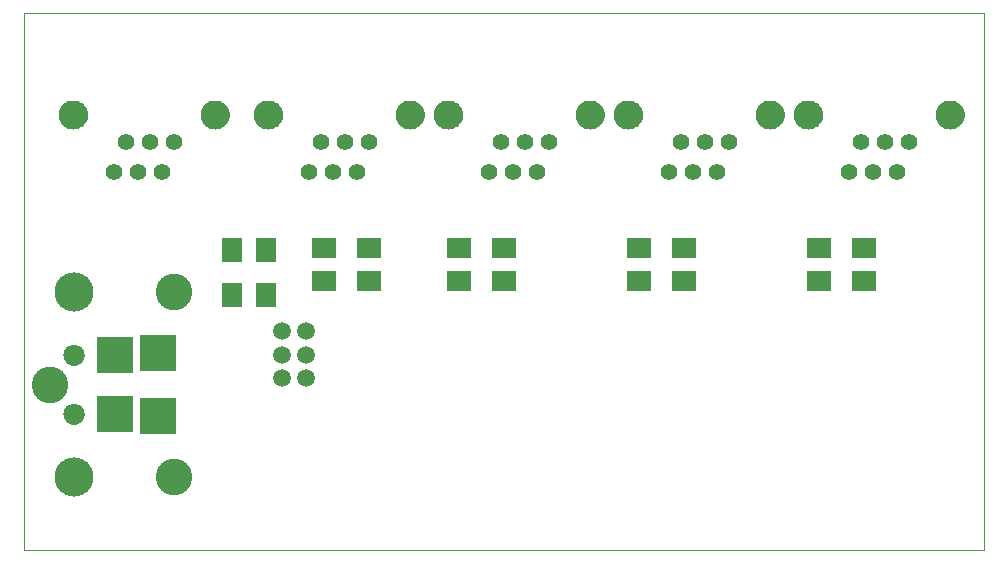
<source format=gbs>
G75*
G70*
%OFA0B0*%
%FSLAX24Y24*%
%IPPOS*%
%LPD*%
%AMOC8*
5,1,8,0,0,1.08239X$1,22.5*
%
%ADD10C,0.0000*%
%ADD11C,0.0555*%
%ADD12C,0.0969*%
%ADD13C,0.1221*%
%ADD14C,0.1306*%
%ADD15R,0.1221X0.1221*%
%ADD16C,0.0709*%
%ADD17C,0.0594*%
%ADD18R,0.0827X0.0670*%
%ADD19R,0.0670X0.0827*%
D10*
X000100Y000100D02*
X000100Y017971D01*
X032095Y017971D01*
X032095Y000100D01*
X000100Y000100D01*
X001419Y004616D02*
X001421Y004652D01*
X001427Y004688D01*
X001437Y004723D01*
X001450Y004757D01*
X001467Y004789D01*
X001487Y004819D01*
X001511Y004846D01*
X001537Y004871D01*
X001566Y004893D01*
X001597Y004912D01*
X001630Y004927D01*
X001664Y004939D01*
X001700Y004947D01*
X001736Y004951D01*
X001772Y004951D01*
X001808Y004947D01*
X001844Y004939D01*
X001878Y004927D01*
X001911Y004912D01*
X001942Y004893D01*
X001971Y004871D01*
X001997Y004846D01*
X002021Y004819D01*
X002041Y004789D01*
X002058Y004757D01*
X002071Y004723D01*
X002081Y004688D01*
X002087Y004652D01*
X002089Y004616D01*
X002087Y004580D01*
X002081Y004544D01*
X002071Y004509D01*
X002058Y004475D01*
X002041Y004443D01*
X002021Y004413D01*
X001997Y004386D01*
X001971Y004361D01*
X001942Y004339D01*
X001911Y004320D01*
X001878Y004305D01*
X001844Y004293D01*
X001808Y004285D01*
X001772Y004281D01*
X001736Y004281D01*
X001700Y004285D01*
X001664Y004293D01*
X001630Y004305D01*
X001597Y004320D01*
X001566Y004339D01*
X001537Y004361D01*
X001511Y004386D01*
X001487Y004413D01*
X001467Y004443D01*
X001450Y004475D01*
X001437Y004509D01*
X001427Y004544D01*
X001421Y004580D01*
X001419Y004616D01*
X001419Y006584D02*
X001421Y006620D01*
X001427Y006656D01*
X001437Y006691D01*
X001450Y006725D01*
X001467Y006757D01*
X001487Y006787D01*
X001511Y006814D01*
X001537Y006839D01*
X001566Y006861D01*
X001597Y006880D01*
X001630Y006895D01*
X001664Y006907D01*
X001700Y006915D01*
X001736Y006919D01*
X001772Y006919D01*
X001808Y006915D01*
X001844Y006907D01*
X001878Y006895D01*
X001911Y006880D01*
X001942Y006861D01*
X001971Y006839D01*
X001997Y006814D01*
X002021Y006787D01*
X002041Y006757D01*
X002058Y006725D01*
X002071Y006691D01*
X002081Y006656D01*
X002087Y006620D01*
X002089Y006584D01*
X002087Y006548D01*
X002081Y006512D01*
X002071Y006477D01*
X002058Y006443D01*
X002041Y006411D01*
X002021Y006381D01*
X001997Y006354D01*
X001971Y006329D01*
X001942Y006307D01*
X001911Y006288D01*
X001878Y006273D01*
X001844Y006261D01*
X001808Y006253D01*
X001772Y006249D01*
X001736Y006249D01*
X001700Y006253D01*
X001664Y006261D01*
X001630Y006273D01*
X001597Y006288D01*
X001566Y006307D01*
X001537Y006329D01*
X001511Y006354D01*
X001487Y006381D01*
X001467Y006411D01*
X001450Y006443D01*
X001437Y006477D01*
X001427Y006512D01*
X001421Y006548D01*
X001419Y006584D01*
X001273Y014600D02*
X001275Y014643D01*
X001281Y014685D01*
X001291Y014727D01*
X001304Y014768D01*
X001322Y014807D01*
X001343Y014845D01*
X001367Y014880D01*
X001394Y014913D01*
X001425Y014944D01*
X001458Y014971D01*
X001493Y014995D01*
X001531Y015016D01*
X001570Y015034D01*
X001611Y015047D01*
X001653Y015057D01*
X001695Y015063D01*
X001738Y015065D01*
X001781Y015063D01*
X001823Y015057D01*
X001865Y015047D01*
X001906Y015034D01*
X001945Y015016D01*
X001983Y014995D01*
X002018Y014971D01*
X002051Y014944D01*
X002082Y014913D01*
X002109Y014880D01*
X002133Y014845D01*
X002154Y014807D01*
X002172Y014768D01*
X002185Y014727D01*
X002195Y014685D01*
X002201Y014643D01*
X002203Y014600D01*
X002201Y014557D01*
X002195Y014515D01*
X002185Y014473D01*
X002172Y014432D01*
X002154Y014393D01*
X002133Y014355D01*
X002109Y014320D01*
X002082Y014287D01*
X002051Y014256D01*
X002018Y014229D01*
X001983Y014205D01*
X001945Y014184D01*
X001906Y014166D01*
X001865Y014153D01*
X001823Y014143D01*
X001781Y014137D01*
X001738Y014135D01*
X001695Y014137D01*
X001653Y014143D01*
X001611Y014153D01*
X001570Y014166D01*
X001531Y014184D01*
X001493Y014205D01*
X001458Y014229D01*
X001425Y014256D01*
X001394Y014287D01*
X001367Y014320D01*
X001343Y014355D01*
X001322Y014393D01*
X001304Y014432D01*
X001291Y014473D01*
X001281Y014515D01*
X001275Y014557D01*
X001273Y014600D01*
X005997Y014600D02*
X005999Y014643D01*
X006005Y014685D01*
X006015Y014727D01*
X006028Y014768D01*
X006046Y014807D01*
X006067Y014845D01*
X006091Y014880D01*
X006118Y014913D01*
X006149Y014944D01*
X006182Y014971D01*
X006217Y014995D01*
X006255Y015016D01*
X006294Y015034D01*
X006335Y015047D01*
X006377Y015057D01*
X006419Y015063D01*
X006462Y015065D01*
X006505Y015063D01*
X006547Y015057D01*
X006589Y015047D01*
X006630Y015034D01*
X006669Y015016D01*
X006707Y014995D01*
X006742Y014971D01*
X006775Y014944D01*
X006806Y014913D01*
X006833Y014880D01*
X006857Y014845D01*
X006878Y014807D01*
X006896Y014768D01*
X006909Y014727D01*
X006919Y014685D01*
X006925Y014643D01*
X006927Y014600D01*
X006925Y014557D01*
X006919Y014515D01*
X006909Y014473D01*
X006896Y014432D01*
X006878Y014393D01*
X006857Y014355D01*
X006833Y014320D01*
X006806Y014287D01*
X006775Y014256D01*
X006742Y014229D01*
X006707Y014205D01*
X006669Y014184D01*
X006630Y014166D01*
X006589Y014153D01*
X006547Y014143D01*
X006505Y014137D01*
X006462Y014135D01*
X006419Y014137D01*
X006377Y014143D01*
X006335Y014153D01*
X006294Y014166D01*
X006255Y014184D01*
X006217Y014205D01*
X006182Y014229D01*
X006149Y014256D01*
X006118Y014287D01*
X006091Y014320D01*
X006067Y014355D01*
X006046Y014393D01*
X006028Y014432D01*
X006015Y014473D01*
X006005Y014515D01*
X005999Y014557D01*
X005997Y014600D01*
X007773Y014600D02*
X007775Y014643D01*
X007781Y014685D01*
X007791Y014727D01*
X007804Y014768D01*
X007822Y014807D01*
X007843Y014845D01*
X007867Y014880D01*
X007894Y014913D01*
X007925Y014944D01*
X007958Y014971D01*
X007993Y014995D01*
X008031Y015016D01*
X008070Y015034D01*
X008111Y015047D01*
X008153Y015057D01*
X008195Y015063D01*
X008238Y015065D01*
X008281Y015063D01*
X008323Y015057D01*
X008365Y015047D01*
X008406Y015034D01*
X008445Y015016D01*
X008483Y014995D01*
X008518Y014971D01*
X008551Y014944D01*
X008582Y014913D01*
X008609Y014880D01*
X008633Y014845D01*
X008654Y014807D01*
X008672Y014768D01*
X008685Y014727D01*
X008695Y014685D01*
X008701Y014643D01*
X008703Y014600D01*
X008701Y014557D01*
X008695Y014515D01*
X008685Y014473D01*
X008672Y014432D01*
X008654Y014393D01*
X008633Y014355D01*
X008609Y014320D01*
X008582Y014287D01*
X008551Y014256D01*
X008518Y014229D01*
X008483Y014205D01*
X008445Y014184D01*
X008406Y014166D01*
X008365Y014153D01*
X008323Y014143D01*
X008281Y014137D01*
X008238Y014135D01*
X008195Y014137D01*
X008153Y014143D01*
X008111Y014153D01*
X008070Y014166D01*
X008031Y014184D01*
X007993Y014205D01*
X007958Y014229D01*
X007925Y014256D01*
X007894Y014287D01*
X007867Y014320D01*
X007843Y014355D01*
X007822Y014393D01*
X007804Y014432D01*
X007791Y014473D01*
X007781Y014515D01*
X007775Y014557D01*
X007773Y014600D01*
X012497Y014600D02*
X012499Y014643D01*
X012505Y014685D01*
X012515Y014727D01*
X012528Y014768D01*
X012546Y014807D01*
X012567Y014845D01*
X012591Y014880D01*
X012618Y014913D01*
X012649Y014944D01*
X012682Y014971D01*
X012717Y014995D01*
X012755Y015016D01*
X012794Y015034D01*
X012835Y015047D01*
X012877Y015057D01*
X012919Y015063D01*
X012962Y015065D01*
X013005Y015063D01*
X013047Y015057D01*
X013089Y015047D01*
X013130Y015034D01*
X013169Y015016D01*
X013207Y014995D01*
X013242Y014971D01*
X013275Y014944D01*
X013306Y014913D01*
X013333Y014880D01*
X013357Y014845D01*
X013378Y014807D01*
X013396Y014768D01*
X013409Y014727D01*
X013419Y014685D01*
X013425Y014643D01*
X013427Y014600D01*
X013425Y014557D01*
X013419Y014515D01*
X013409Y014473D01*
X013396Y014432D01*
X013378Y014393D01*
X013357Y014355D01*
X013333Y014320D01*
X013306Y014287D01*
X013275Y014256D01*
X013242Y014229D01*
X013207Y014205D01*
X013169Y014184D01*
X013130Y014166D01*
X013089Y014153D01*
X013047Y014143D01*
X013005Y014137D01*
X012962Y014135D01*
X012919Y014137D01*
X012877Y014143D01*
X012835Y014153D01*
X012794Y014166D01*
X012755Y014184D01*
X012717Y014205D01*
X012682Y014229D01*
X012649Y014256D01*
X012618Y014287D01*
X012591Y014320D01*
X012567Y014355D01*
X012546Y014393D01*
X012528Y014432D01*
X012515Y014473D01*
X012505Y014515D01*
X012499Y014557D01*
X012497Y014600D01*
X013773Y014600D02*
X013775Y014643D01*
X013781Y014685D01*
X013791Y014727D01*
X013804Y014768D01*
X013822Y014807D01*
X013843Y014845D01*
X013867Y014880D01*
X013894Y014913D01*
X013925Y014944D01*
X013958Y014971D01*
X013993Y014995D01*
X014031Y015016D01*
X014070Y015034D01*
X014111Y015047D01*
X014153Y015057D01*
X014195Y015063D01*
X014238Y015065D01*
X014281Y015063D01*
X014323Y015057D01*
X014365Y015047D01*
X014406Y015034D01*
X014445Y015016D01*
X014483Y014995D01*
X014518Y014971D01*
X014551Y014944D01*
X014582Y014913D01*
X014609Y014880D01*
X014633Y014845D01*
X014654Y014807D01*
X014672Y014768D01*
X014685Y014727D01*
X014695Y014685D01*
X014701Y014643D01*
X014703Y014600D01*
X014701Y014557D01*
X014695Y014515D01*
X014685Y014473D01*
X014672Y014432D01*
X014654Y014393D01*
X014633Y014355D01*
X014609Y014320D01*
X014582Y014287D01*
X014551Y014256D01*
X014518Y014229D01*
X014483Y014205D01*
X014445Y014184D01*
X014406Y014166D01*
X014365Y014153D01*
X014323Y014143D01*
X014281Y014137D01*
X014238Y014135D01*
X014195Y014137D01*
X014153Y014143D01*
X014111Y014153D01*
X014070Y014166D01*
X014031Y014184D01*
X013993Y014205D01*
X013958Y014229D01*
X013925Y014256D01*
X013894Y014287D01*
X013867Y014320D01*
X013843Y014355D01*
X013822Y014393D01*
X013804Y014432D01*
X013791Y014473D01*
X013781Y014515D01*
X013775Y014557D01*
X013773Y014600D01*
X018497Y014600D02*
X018499Y014643D01*
X018505Y014685D01*
X018515Y014727D01*
X018528Y014768D01*
X018546Y014807D01*
X018567Y014845D01*
X018591Y014880D01*
X018618Y014913D01*
X018649Y014944D01*
X018682Y014971D01*
X018717Y014995D01*
X018755Y015016D01*
X018794Y015034D01*
X018835Y015047D01*
X018877Y015057D01*
X018919Y015063D01*
X018962Y015065D01*
X019005Y015063D01*
X019047Y015057D01*
X019089Y015047D01*
X019130Y015034D01*
X019169Y015016D01*
X019207Y014995D01*
X019242Y014971D01*
X019275Y014944D01*
X019306Y014913D01*
X019333Y014880D01*
X019357Y014845D01*
X019378Y014807D01*
X019396Y014768D01*
X019409Y014727D01*
X019419Y014685D01*
X019425Y014643D01*
X019427Y014600D01*
X019425Y014557D01*
X019419Y014515D01*
X019409Y014473D01*
X019396Y014432D01*
X019378Y014393D01*
X019357Y014355D01*
X019333Y014320D01*
X019306Y014287D01*
X019275Y014256D01*
X019242Y014229D01*
X019207Y014205D01*
X019169Y014184D01*
X019130Y014166D01*
X019089Y014153D01*
X019047Y014143D01*
X019005Y014137D01*
X018962Y014135D01*
X018919Y014137D01*
X018877Y014143D01*
X018835Y014153D01*
X018794Y014166D01*
X018755Y014184D01*
X018717Y014205D01*
X018682Y014229D01*
X018649Y014256D01*
X018618Y014287D01*
X018591Y014320D01*
X018567Y014355D01*
X018546Y014393D01*
X018528Y014432D01*
X018515Y014473D01*
X018505Y014515D01*
X018499Y014557D01*
X018497Y014600D01*
X019773Y014600D02*
X019775Y014643D01*
X019781Y014685D01*
X019791Y014727D01*
X019804Y014768D01*
X019822Y014807D01*
X019843Y014845D01*
X019867Y014880D01*
X019894Y014913D01*
X019925Y014944D01*
X019958Y014971D01*
X019993Y014995D01*
X020031Y015016D01*
X020070Y015034D01*
X020111Y015047D01*
X020153Y015057D01*
X020195Y015063D01*
X020238Y015065D01*
X020281Y015063D01*
X020323Y015057D01*
X020365Y015047D01*
X020406Y015034D01*
X020445Y015016D01*
X020483Y014995D01*
X020518Y014971D01*
X020551Y014944D01*
X020582Y014913D01*
X020609Y014880D01*
X020633Y014845D01*
X020654Y014807D01*
X020672Y014768D01*
X020685Y014727D01*
X020695Y014685D01*
X020701Y014643D01*
X020703Y014600D01*
X020701Y014557D01*
X020695Y014515D01*
X020685Y014473D01*
X020672Y014432D01*
X020654Y014393D01*
X020633Y014355D01*
X020609Y014320D01*
X020582Y014287D01*
X020551Y014256D01*
X020518Y014229D01*
X020483Y014205D01*
X020445Y014184D01*
X020406Y014166D01*
X020365Y014153D01*
X020323Y014143D01*
X020281Y014137D01*
X020238Y014135D01*
X020195Y014137D01*
X020153Y014143D01*
X020111Y014153D01*
X020070Y014166D01*
X020031Y014184D01*
X019993Y014205D01*
X019958Y014229D01*
X019925Y014256D01*
X019894Y014287D01*
X019867Y014320D01*
X019843Y014355D01*
X019822Y014393D01*
X019804Y014432D01*
X019791Y014473D01*
X019781Y014515D01*
X019775Y014557D01*
X019773Y014600D01*
X024497Y014600D02*
X024499Y014643D01*
X024505Y014685D01*
X024515Y014727D01*
X024528Y014768D01*
X024546Y014807D01*
X024567Y014845D01*
X024591Y014880D01*
X024618Y014913D01*
X024649Y014944D01*
X024682Y014971D01*
X024717Y014995D01*
X024755Y015016D01*
X024794Y015034D01*
X024835Y015047D01*
X024877Y015057D01*
X024919Y015063D01*
X024962Y015065D01*
X025005Y015063D01*
X025047Y015057D01*
X025089Y015047D01*
X025130Y015034D01*
X025169Y015016D01*
X025207Y014995D01*
X025242Y014971D01*
X025275Y014944D01*
X025306Y014913D01*
X025333Y014880D01*
X025357Y014845D01*
X025378Y014807D01*
X025396Y014768D01*
X025409Y014727D01*
X025419Y014685D01*
X025425Y014643D01*
X025427Y014600D01*
X025425Y014557D01*
X025419Y014515D01*
X025409Y014473D01*
X025396Y014432D01*
X025378Y014393D01*
X025357Y014355D01*
X025333Y014320D01*
X025306Y014287D01*
X025275Y014256D01*
X025242Y014229D01*
X025207Y014205D01*
X025169Y014184D01*
X025130Y014166D01*
X025089Y014153D01*
X025047Y014143D01*
X025005Y014137D01*
X024962Y014135D01*
X024919Y014137D01*
X024877Y014143D01*
X024835Y014153D01*
X024794Y014166D01*
X024755Y014184D01*
X024717Y014205D01*
X024682Y014229D01*
X024649Y014256D01*
X024618Y014287D01*
X024591Y014320D01*
X024567Y014355D01*
X024546Y014393D01*
X024528Y014432D01*
X024515Y014473D01*
X024505Y014515D01*
X024499Y014557D01*
X024497Y014600D01*
X025773Y014600D02*
X025775Y014643D01*
X025781Y014685D01*
X025791Y014727D01*
X025804Y014768D01*
X025822Y014807D01*
X025843Y014845D01*
X025867Y014880D01*
X025894Y014913D01*
X025925Y014944D01*
X025958Y014971D01*
X025993Y014995D01*
X026031Y015016D01*
X026070Y015034D01*
X026111Y015047D01*
X026153Y015057D01*
X026195Y015063D01*
X026238Y015065D01*
X026281Y015063D01*
X026323Y015057D01*
X026365Y015047D01*
X026406Y015034D01*
X026445Y015016D01*
X026483Y014995D01*
X026518Y014971D01*
X026551Y014944D01*
X026582Y014913D01*
X026609Y014880D01*
X026633Y014845D01*
X026654Y014807D01*
X026672Y014768D01*
X026685Y014727D01*
X026695Y014685D01*
X026701Y014643D01*
X026703Y014600D01*
X026701Y014557D01*
X026695Y014515D01*
X026685Y014473D01*
X026672Y014432D01*
X026654Y014393D01*
X026633Y014355D01*
X026609Y014320D01*
X026582Y014287D01*
X026551Y014256D01*
X026518Y014229D01*
X026483Y014205D01*
X026445Y014184D01*
X026406Y014166D01*
X026365Y014153D01*
X026323Y014143D01*
X026281Y014137D01*
X026238Y014135D01*
X026195Y014137D01*
X026153Y014143D01*
X026111Y014153D01*
X026070Y014166D01*
X026031Y014184D01*
X025993Y014205D01*
X025958Y014229D01*
X025925Y014256D01*
X025894Y014287D01*
X025867Y014320D01*
X025843Y014355D01*
X025822Y014393D01*
X025804Y014432D01*
X025791Y014473D01*
X025781Y014515D01*
X025775Y014557D01*
X025773Y014600D01*
X030497Y014600D02*
X030499Y014643D01*
X030505Y014685D01*
X030515Y014727D01*
X030528Y014768D01*
X030546Y014807D01*
X030567Y014845D01*
X030591Y014880D01*
X030618Y014913D01*
X030649Y014944D01*
X030682Y014971D01*
X030717Y014995D01*
X030755Y015016D01*
X030794Y015034D01*
X030835Y015047D01*
X030877Y015057D01*
X030919Y015063D01*
X030962Y015065D01*
X031005Y015063D01*
X031047Y015057D01*
X031089Y015047D01*
X031130Y015034D01*
X031169Y015016D01*
X031207Y014995D01*
X031242Y014971D01*
X031275Y014944D01*
X031306Y014913D01*
X031333Y014880D01*
X031357Y014845D01*
X031378Y014807D01*
X031396Y014768D01*
X031409Y014727D01*
X031419Y014685D01*
X031425Y014643D01*
X031427Y014600D01*
X031425Y014557D01*
X031419Y014515D01*
X031409Y014473D01*
X031396Y014432D01*
X031378Y014393D01*
X031357Y014355D01*
X031333Y014320D01*
X031306Y014287D01*
X031275Y014256D01*
X031242Y014229D01*
X031207Y014205D01*
X031169Y014184D01*
X031130Y014166D01*
X031089Y014153D01*
X031047Y014143D01*
X031005Y014137D01*
X030962Y014135D01*
X030919Y014137D01*
X030877Y014143D01*
X030835Y014153D01*
X030794Y014166D01*
X030755Y014184D01*
X030717Y014205D01*
X030682Y014229D01*
X030649Y014256D01*
X030618Y014287D01*
X030591Y014320D01*
X030567Y014355D01*
X030546Y014393D01*
X030528Y014432D01*
X030515Y014473D01*
X030505Y014515D01*
X030499Y014557D01*
X030497Y014600D01*
D11*
X029600Y013694D03*
X028797Y013694D03*
X027994Y013694D03*
X027600Y012694D03*
X028403Y012694D03*
X029206Y012694D03*
X023600Y013694D03*
X022797Y013694D03*
X021994Y013694D03*
X021600Y012694D03*
X022403Y012694D03*
X023206Y012694D03*
X017600Y013694D03*
X016797Y013694D03*
X015994Y013694D03*
X015600Y012694D03*
X016403Y012694D03*
X017206Y012694D03*
X011600Y013694D03*
X010797Y013694D03*
X009994Y013694D03*
X009600Y012694D03*
X010403Y012694D03*
X011206Y012694D03*
X005100Y013694D03*
X004297Y013694D03*
X003494Y013694D03*
X003100Y012694D03*
X003903Y012694D03*
X004706Y012694D03*
D12*
X006462Y014600D03*
X008238Y014600D03*
X012962Y014600D03*
X014238Y014600D03*
X018962Y014600D03*
X020238Y014600D03*
X024962Y014600D03*
X026238Y014600D03*
X030962Y014600D03*
X001738Y014600D03*
D13*
X005100Y008671D03*
X000966Y005600D03*
X005100Y002529D03*
D14*
X001754Y002529D03*
X001754Y008671D03*
D15*
X003131Y006584D03*
X004569Y006663D03*
X004569Y004537D03*
X003131Y004616D03*
D16*
X001754Y004616D03*
X001754Y006584D03*
D17*
X008706Y006600D03*
X009494Y006600D03*
X009494Y005813D03*
X008706Y005813D03*
X008706Y007387D03*
X009494Y007387D03*
D18*
X010100Y009049D03*
X011600Y009049D03*
X011600Y010151D03*
X010100Y010151D03*
X014600Y010151D03*
X016100Y010151D03*
X016100Y009049D03*
X014600Y009049D03*
X020600Y009049D03*
X022100Y009049D03*
X022100Y010151D03*
X020600Y010151D03*
X026600Y010151D03*
X028100Y010151D03*
X028100Y009049D03*
X026600Y009049D03*
D19*
X008151Y008600D03*
X007049Y008600D03*
X007049Y010100D03*
X008151Y010100D03*
M02*

</source>
